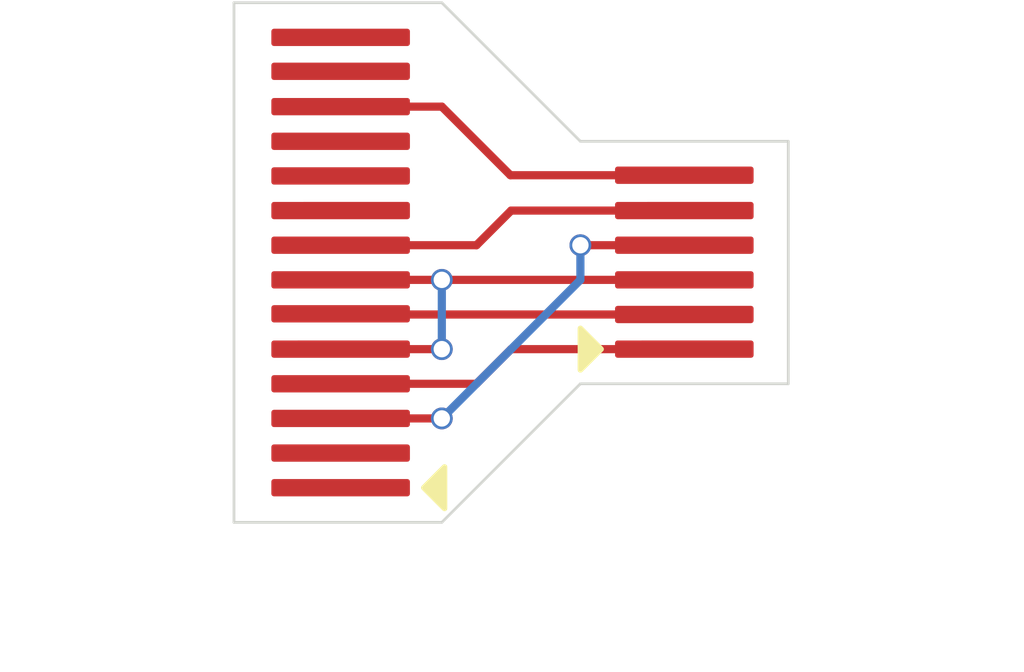
<source format=kicad_pcb>
(kicad_pcb (version 20241229) (generator "pcbnew") (generator_version "9.0")
  (layers (0 "F.Cu" signal) (2 "B.Cu" signal) (13 "F.Paste" user) (15 "B.Paste" user) (5 "F.SilkS" user "F.Silkscreen") (7 "B.SilkS" user "B.Silkscreen") (1 "F.Mask" user) (3 "B.Mask" user) (25 "Edge.Cuts" user))
  (net 0 "")
  (net 1 "/SWO")
  (net 2 "/SWCLK")
  (net 3 "/SWDIO")
  (net 4 "/GND")
  (net 5 "/VDD")
  (net 6 "/NRST")
  (footprint "Bluesat:IDC14-pad" (layer "F.Cu") (at 1.955 0.635)
    (property "Reference" "J102" (hide yes))
    (property "Value" "Conn_01x14_Pin")
    (fp_poly (pts (xy 1.905 7.874) (xy 1.905 8.636) (xy 1.524 8.255)) (stroke (width 0.1)) (fill yes) (layer "F.SilkS"))
    (pad "1" smd roundrect (at 0 8.255) (size 2.54 0.3175) (layers "F.Cu" "F.Mask" "F.Paste") (roundrect_rratio 0.15))
    (pad "2" smd roundrect (at 0 7.62) (size 2.54 0.3175) (layers "F.Cu" "F.Mask" "F.Paste") (roundrect_rratio 0.15))
    (pad "3" smd roundrect (at 0 6.985) (size 2.54 0.3175) (layers "F.Cu" "F.Mask" "F.Paste") (roundrect_rratio 0.15) (net 5 "/VDD"))
    (pad "4" smd roundrect (at 0 6.35) (size 2.54 0.3175) (layers "F.Cu" "F.Mask" "F.Paste") (roundrect_rratio 0.15) (net 3 "/SWDIO"))
    (pad "5" smd roundrect (at 0 5.715) (size 2.54 0.3175) (layers "F.Cu" "F.Mask" "F.Paste") (roundrect_rratio 0.15) (net 4 "/GND"))
    (pad "6" smd roundrect (at 0 5.067135) (size 2.54 0.3175) (layers "F.Cu" "F.Mask" "F.Paste") (roundrect_rratio 0.15) (net 2 "/SWCLK"))
    (pad "7" smd roundrect (at 0 4.445) (size 2.54 0.3175) (layers "F.Cu" "F.Mask" "F.Paste") (roundrect_rratio 0.15) (net 4 "/GND"))
    (pad "8" smd roundrect (at 0 3.81) (size 2.54 0.3175) (layers "F.Cu" "F.Mask" "F.Paste") (roundrect_rratio 0.15) (net 1 "/SWO"))
    (pad "9" smd roundrect (at 0 3.175) (size 2.54 0.3175) (layers "F.Cu" "F.Mask" "F.Paste") (roundrect_rratio 0.15))
    (pad "10" smd roundrect (at 0 2.54) (size 2.54 0.3175) (layers "F.Cu" "F.Mask" "F.Paste") (roundrect_rratio 0.15))
    (pad "11" smd roundrect (at 0 1.905) (size 2.54 0.3175) (layers "F.Cu" "F.Mask" "F.Paste") (roundrect_rratio 0.15))
    (pad "12" smd roundrect (at 0 1.27) (size 2.54 0.3175) (layers "F.Cu" "F.Mask" "F.Paste") (roundrect_rratio 0.15) (net 6 "/NRST"))
    (pad "13" smd roundrect (at 0 0.622135) (size 2.54 0.3175) (layers "F.Cu" "F.Mask" "F.Paste") (roundrect_rratio 0.15))
    (pad "14" smd roundrect (at 0 0) (size 2.54 0.3175) (layers "F.Cu" "F.Mask" "F.Paste") (roundrect_rratio 0.15))
  )
  (footprint "Bluesat:IDC6-pad" (layer "F.Cu") (at 8.255 3.175)
    (property "Reference" "J101" (hide yes))
    (property "Value" "Conn_01x06_Pin")
    (fp_poly (pts (xy -1.905 3.556) (xy -1.905 2.794) (xy -1.524 3.175)) (stroke (width 0.1)) (fill yes) (layer "F.SilkS"))
    (pad "1" smd roundrect (at 0 3.175) (size 2.54 0.3175) (layers "F.Cu" "F.Mask" "F.Paste") (roundrect_rratio 0.15) (net 3 "/SWDIO"))
    (pad "2" smd roundrect (at 0 2.54) (size 2.54 0.3175) (layers "F.Cu" "F.Mask" "F.Paste") (roundrect_rratio 0.15) (net 2 "/SWCLK"))
    (pad "3" smd roundrect (at 0 1.905) (size 2.54 0.3175) (layers "F.Cu" "F.Mask" "F.Paste") (roundrect_rratio 0.15) (net 4 "/GND"))
    (pad "4" smd roundrect (at 0 1.27) (size 2.54 0.3175) (layers "F.Cu" "F.Mask" "F.Paste") (roundrect_rratio 0.15) (net 5 "/VDD"))
    (pad "5" smd roundrect (at 0 0.635) (size 2.54 0.3175) (layers "F.Cu" "F.Mask" "F.Paste") (roundrect_rratio 0.15) (net 1 "/SWO"))
    (pad "6" smd roundrect (at 0 -0.012865) (size 2.54 0.3175) (layers "F.Cu" "F.Mask" "F.Paste") (roundrect_rratio 0.15) (net 6 "/NRST"))
  )
  (gr_line (start 0 9.525) (end 0 0) (stroke (width 0.05)) (layer "Edge.Cuts"))
  (gr_line (start 10.16 2.54) (end 10.16 6.985) (stroke (width 0.05)) (layer "Edge.Cuts"))
  (gr_line (start 6.35 2.54) (end 3.81 0) (stroke (width 0.05)) (layer "Edge.Cuts"))
  (gr_line (start 0 0) (end 3.81 0) (stroke (width 0.05)) (layer "Edge.Cuts"))
  (gr_line (start 3.81 9.525) (end 0 9.525) (stroke (width 0.05)) (layer "Edge.Cuts"))
  (gr_line (start 6.35 6.985) (end 3.81 9.525) (stroke (width 0.05)) (layer "Edge.Cuts"))
  (gr_line (start 6.35 2.54) (end 10.16 2.54) (stroke (width 0.05)) (layer "Edge.Cuts"))
  (gr_line (start 10.16 6.985) (end 6.35 6.985) (stroke (width 0.05)) (layer "Edge.Cuts"))
  (segment (start 7.62 3.81) (end 5.08 3.81) (width 0.15) (layer "F.Cu") (net 1))
  (segment (start 5.08 3.81) (end 4.445 4.445) (width 0.15) (layer "F.Cu") (net 1))
  (segment (start 4.445 4.445) (end 1.905 4.445) (width 0.15) (layer "F.Cu") (net 1))
  (segment (start 7.62 5.715) (end 1.905 5.715) (width 0.15) (layer "F.Cu") (net 2))
  (segment (start 7.62 6.35) (end 5.08 6.35) (width 0.15) (layer "F.Cu") (net 3))
  (segment (start 4.445 6.985) (end 1.905 6.985) (width 0.15) (layer "F.Cu") (net 3))
  (segment (start 5.08 6.35) (end 4.445 6.985) (width 0.15) (layer "F.Cu") (net 3))
  (segment (start 7.62 5.08) (end 3.81 5.08) (width 0.15) (layer "F.Cu") (net 4))
  (segment (start 3.81 5.08) (end 1.905 5.08) (width 0.15) (layer "F.Cu") (net 4))
  (segment (start 1.905 6.35) (end 3.81 6.35) (width 0.15) (layer "F.Cu") (net 4))
  (via (at 3.81 6.35) (size 0.4) (drill 0.3) (layers "F.Cu" "B.Cu") (net 4))
  (via (at 3.81 5.08) (size 0.4) (drill 0.3) (layers "F.Cu" "B.Cu") (net 4))
  (segment (start 3.81 5.08) (end 3.81 6.35) (width 0.15) (layer "B.Cu") (net 4))
  (segment (start 1.905 7.62) (end 3.81 7.62) (width 0.15) (layer "F.Cu") (net 5))
  (segment (start 7.62 4.445) (end 6.35 4.445) (width 0.15) (layer "F.Cu") (net 5))
  (via (at 6.35 4.445) (size 0.4) (drill 0.3) (layers "F.Cu" "B.Cu") (net 5))
  (via (at 3.81 7.62) (size 0.4) (drill 0.3) (layers "F.Cu" "B.Cu") (net 5))
  (segment (start 6.35 4.445) (end 6.35 5.08) (width 0.15) (layer "B.Cu") (net 5))
  (segment (start 6.35 5.08) (end 3.81 7.62) (width 0.15) (layer "B.Cu") (net 5))
  (segment (start 5.067135 3.162135) (end 3.81 1.905) (width 0.15) (layer "F.Cu") (net 6))
  (segment (start 7.62 3.162135) (end 5.067135 3.162135) (width 0.15) (layer "F.Cu") (net 6))
  (segment (start 3.81 1.905) (end 1.905 1.905) (width 0.15) (layer "F.Cu") (net 6))
)
</source>
